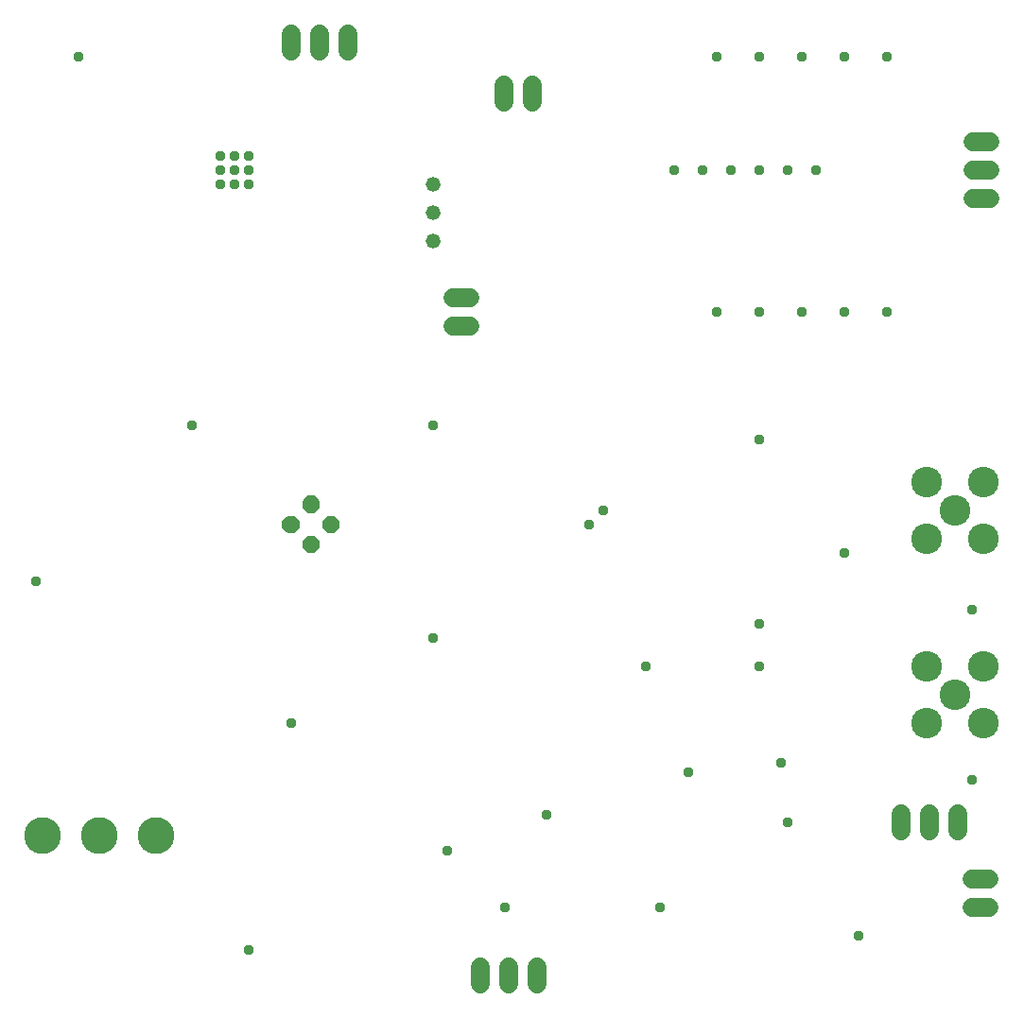
<source format=gbs>
G75*
%MOIN*%
%OFA0B0*%
%FSLAX25Y25*%
%IPPOS*%
%LPD*%
%AMOC8*
5,1,8,0,0,1.08239X$1,22.5*
%
%ADD10C,0.05200*%
%ADD11C,0.01200*%
%ADD12C,0.06800*%
%ADD13C,0.10800*%
%ADD14C,0.13000*%
%ADD15C,0.03778*%
D10*
X0217481Y0328308D03*
X0217481Y0338308D03*
X0217481Y0348308D03*
D11*
X0174875Y0233580D02*
X0175475Y0232980D01*
X0173487Y0232980D01*
X0172082Y0234385D01*
X0172082Y0236373D01*
X0173487Y0237778D01*
X0175475Y0237778D01*
X0176880Y0236373D01*
X0176880Y0234385D01*
X0175475Y0232980D01*
X0175102Y0233880D01*
X0173860Y0233880D01*
X0172982Y0234758D01*
X0172982Y0236000D01*
X0173860Y0236878D01*
X0175102Y0236878D01*
X0175980Y0236000D01*
X0175980Y0234758D01*
X0175102Y0233880D01*
X0174729Y0234780D01*
X0174233Y0234780D01*
X0173882Y0235131D01*
X0173882Y0235627D01*
X0174233Y0235978D01*
X0174729Y0235978D01*
X0175080Y0235627D01*
X0175080Y0235131D01*
X0174729Y0234780D01*
X0181946Y0226509D02*
X0182546Y0225909D01*
X0180558Y0225909D01*
X0179153Y0227314D01*
X0179153Y0229302D01*
X0180558Y0230707D01*
X0182546Y0230707D01*
X0183951Y0229302D01*
X0183951Y0227314D01*
X0182546Y0225909D01*
X0182173Y0226809D01*
X0180931Y0226809D01*
X0180053Y0227687D01*
X0180053Y0228929D01*
X0180931Y0229807D01*
X0182173Y0229807D01*
X0183051Y0228929D01*
X0183051Y0227687D01*
X0182173Y0226809D01*
X0181800Y0227709D01*
X0181304Y0227709D01*
X0180953Y0228060D01*
X0180953Y0228556D01*
X0181304Y0228907D01*
X0181800Y0228907D01*
X0182151Y0228556D01*
X0182151Y0228060D01*
X0181800Y0227709D01*
X0174875Y0219438D02*
X0175475Y0218838D01*
X0173487Y0218838D01*
X0172082Y0220243D01*
X0172082Y0222231D01*
X0173487Y0223636D01*
X0175475Y0223636D01*
X0176880Y0222231D01*
X0176880Y0220243D01*
X0175475Y0218838D01*
X0175102Y0219738D01*
X0173860Y0219738D01*
X0172982Y0220616D01*
X0172982Y0221858D01*
X0173860Y0222736D01*
X0175102Y0222736D01*
X0175980Y0221858D01*
X0175980Y0220616D01*
X0175102Y0219738D01*
X0174729Y0220638D01*
X0174233Y0220638D01*
X0173882Y0220989D01*
X0173882Y0221485D01*
X0174233Y0221836D01*
X0174729Y0221836D01*
X0175080Y0221485D01*
X0175080Y0220989D01*
X0174729Y0220638D01*
X0167804Y0226509D02*
X0168404Y0225909D01*
X0166416Y0225909D01*
X0165011Y0227314D01*
X0165011Y0229302D01*
X0166416Y0230707D01*
X0168404Y0230707D01*
X0169809Y0229302D01*
X0169809Y0227314D01*
X0168404Y0225909D01*
X0168031Y0226809D01*
X0166789Y0226809D01*
X0165911Y0227687D01*
X0165911Y0228929D01*
X0166789Y0229807D01*
X0168031Y0229807D01*
X0168909Y0228929D01*
X0168909Y0227687D01*
X0168031Y0226809D01*
X0167658Y0227709D01*
X0167162Y0227709D01*
X0166811Y0228060D01*
X0166811Y0228556D01*
X0167162Y0228907D01*
X0167658Y0228907D01*
X0168009Y0228556D01*
X0168009Y0228060D01*
X0167658Y0227709D01*
D12*
X0224481Y0298308D02*
X0230481Y0298308D01*
X0230481Y0308308D02*
X0224481Y0308308D01*
X0242481Y0377308D02*
X0242481Y0383308D01*
X0252481Y0383308D02*
X0252481Y0377308D01*
X0187481Y0395308D02*
X0187481Y0401308D01*
X0177481Y0401308D02*
X0177481Y0395308D01*
X0167481Y0395308D02*
X0167481Y0401308D01*
X0407981Y0363308D02*
X0413981Y0363308D01*
X0413981Y0353308D02*
X0407981Y0353308D01*
X0407981Y0343308D02*
X0413981Y0343308D01*
X0402481Y0126308D02*
X0402481Y0120308D01*
X0392481Y0120308D02*
X0392481Y0126308D01*
X0382481Y0126308D02*
X0382481Y0120308D01*
X0407481Y0103308D02*
X0413481Y0103308D01*
X0413481Y0093308D02*
X0407481Y0093308D01*
X0254174Y0072174D02*
X0254174Y0066174D01*
X0244174Y0066174D02*
X0244174Y0072174D01*
X0234174Y0072174D02*
X0234174Y0066174D01*
D13*
X0391481Y0158308D03*
X0401481Y0168308D03*
X0391481Y0178308D03*
X0411481Y0178308D03*
X0411481Y0158308D03*
X0411481Y0223308D03*
X0401481Y0233308D03*
X0391481Y0243308D03*
X0411481Y0243308D03*
X0391481Y0223308D03*
D14*
X0079981Y0118623D03*
X0099981Y0118623D03*
X0119981Y0118623D03*
D15*
X0152481Y0078308D03*
X0222481Y0113308D03*
X0242717Y0093347D03*
X0257481Y0125808D03*
X0297481Y0093308D03*
X0307481Y0140808D03*
X0340355Y0144135D03*
X0342481Y0123308D03*
X0367481Y0083308D03*
X0407481Y0138308D03*
X0407481Y0198308D03*
X0362481Y0218308D03*
X0332481Y0193308D03*
X0332481Y0178308D03*
X0292481Y0178308D03*
X0272481Y0228308D03*
X0277481Y0233308D03*
X0332481Y0258308D03*
X0332481Y0303308D03*
X0347481Y0303308D03*
X0362481Y0303308D03*
X0377481Y0303308D03*
X0352481Y0353308D03*
X0342481Y0353308D03*
X0332481Y0353308D03*
X0322481Y0353308D03*
X0312481Y0353308D03*
X0302481Y0353308D03*
X0317481Y0393308D03*
X0332481Y0393308D03*
X0347481Y0393308D03*
X0362481Y0393308D03*
X0377481Y0393308D03*
X0317481Y0303308D03*
X0217481Y0263308D03*
X0217481Y0188308D03*
X0167481Y0158308D03*
X0077481Y0208308D03*
X0132481Y0263308D03*
X0142481Y0348308D03*
X0142481Y0353308D03*
X0142481Y0358308D03*
X0147481Y0358308D03*
X0152481Y0358308D03*
X0152481Y0353308D03*
X0147481Y0353308D03*
X0147481Y0348308D03*
X0152481Y0348308D03*
X0092481Y0393308D03*
M02*

</source>
